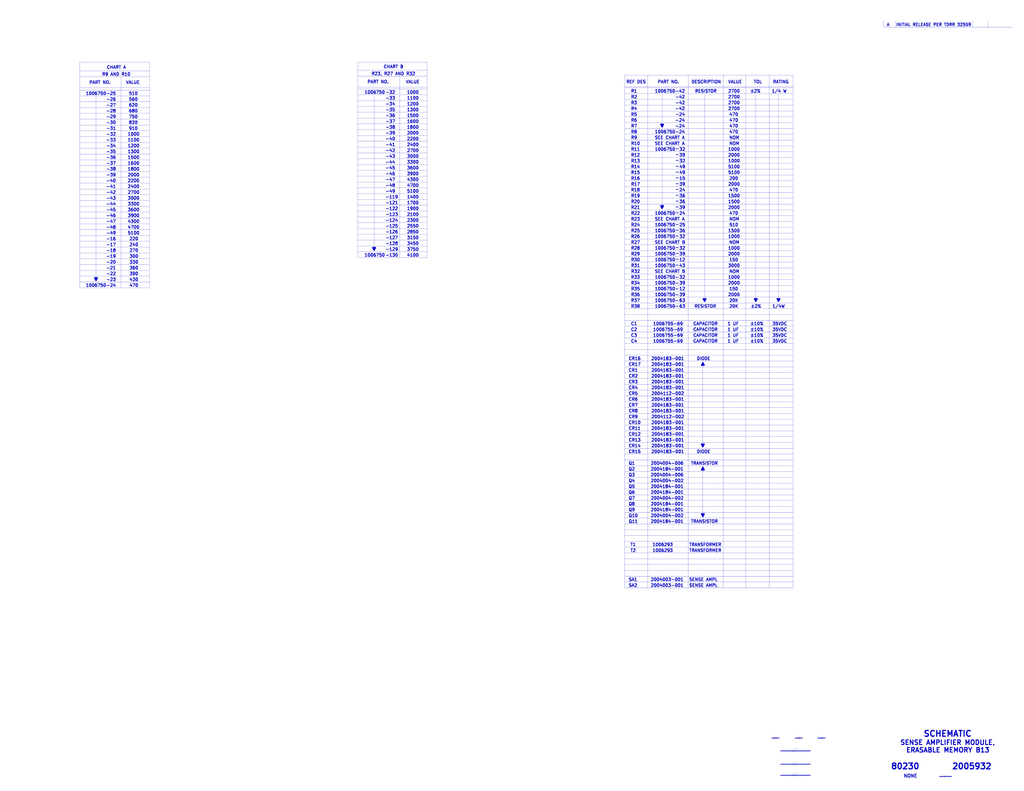
<source format=kicad_sch>
(kicad_sch (version 20211123) (generator eeschema)
  (paper "E")
  (polyline (pts (xy 681.99 292.735) (xy 865.505 292.735)) (stroke (width 0) (type solid)))
  (polyline (pts (xy 86.995 263.525) (xy 163.195 263.525)) (stroke (width 0) (type solid)))
  (polyline (pts (xy 390.525 186.055) (xy 466.09 186.055)) (stroke (width 0) (type solid)))
  (polyline (pts (xy 86.995 200.025) (xy 163.195 200.025)) (stroke (width 0) (type solid)))
  (polyline (pts (xy 839.47 81.915) (xy 839.47 641.985)) (stroke (width 0) (type solid)))
  (polyline (pts (xy 466.09 281.305) (xy 466.09 67.945)) (stroke (width 0) (type solid)))
  (polyline (pts (xy 964.1332 23.114) (xy 964.1332 29.591)) (stroke (width 0) (type solid)))
  (polyline (pts (xy 895.1976 807.0596) (xy 897.1026 804.5196)) (stroke (width 0) (type solid)))
  (polyline (pts (xy 681.99 445.135) (xy 865.505 445.135)) (stroke (width 0) (type solid)))
  (polyline (pts (xy 86.995 307.975) (xy 163.195 307.975)) (stroke (width 0) (type solid)))
  (polyline (pts (xy 86.995 238.125) (xy 163.195 238.125)) (stroke (width 0) (type solid)))
  (polyline (pts (xy 722.63 103.505) (xy 722.63 138.43)) (stroke (width 0) (type solid)))
  (polyline (pts (xy 681.99 172.085) (xy 865.505 172.085)) (stroke (width 0) (type solid)))
  (polyline (pts (xy 824.865 328.93) (xy 823.595 326.39)) (stroke (width 1.524) (type solid)))
  (polyline (pts (xy 767.08 487.68) (xy 765.81 485.14)) (stroke (width 1.524) (type solid)))
  (polyline (pts (xy 681.99 280.035) (xy 865.505 280.035)) (stroke (width 0) (type solid)))
  (polyline (pts (xy 390.525 198.755) (xy 466.09 198.755)) (stroke (width 0) (type solid)))
  (polyline (pts (xy 681.99 489.585) (xy 865.505 489.585)) (stroke (width 0) (type solid)))
  (polyline (pts (xy 132.08 314.325) (xy 132.08 83.82)) (stroke (width 0) (type solid)))
  (polyline (pts (xy 86.995 187.325) (xy 163.195 187.325)) (stroke (width 0) (type solid)))
  (polyline (pts (xy 681.99 387.985) (xy 865.505 387.985)) (stroke (width 0) (type solid)))
  (polyline (pts (xy 789.305 81.915) (xy 789.305 641.985)) (stroke (width 0) (type solid)))
  (polyline (pts (xy 86.995 111.125) (xy 163.195 111.125)) (stroke (width 0) (type solid)))
  (polyline (pts (xy 823.595 326.39) (xy 826.135 326.39)) (stroke (width 1.524) (type solid)))
  (polyline (pts (xy 681.99 356.235) (xy 865.505 356.235)) (stroke (width 0) (type solid)))
  (polyline (pts (xy 681.99 165.735) (xy 865.505 165.735)) (stroke (width 0) (type solid)))
  (polyline (pts (xy 824.865 329.565) (xy 824.865 103.505)) (stroke (width 0) (type solid)))
  (polyline (pts (xy 86.995 244.475) (xy 163.195 244.475)) (stroke (width 0) (type solid)))
  (polyline (pts (xy 681.99 368.935) (xy 865.505 368.935)) (stroke (width 0) (type solid)))
  (polyline (pts (xy 751.205 641.985) (xy 751.205 81.915)) (stroke (width 0) (type solid)))
  (polyline (pts (xy 681.99 299.085) (xy 865.505 299.085)) (stroke (width 0) (type solid)))
  (polyline (pts (xy 390.525 122.555) (xy 466.09 122.555)) (stroke (width 0) (type solid)))
  (polyline (pts (xy 86.995 269.875) (xy 163.195 269.875)) (stroke (width 0) (type solid)))
  (polyline (pts (xy 765.81 485.14) (xy 768.35 485.14)) (stroke (width 1.524) (type solid)))
  (polyline (pts (xy 681.99 629.285) (xy 865.505 629.285)) (stroke (width 0) (type solid)))
  (polyline (pts (xy 86.995 67.945) (xy 86.995 314.325)) (stroke (width 0) (type solid)))
  (polyline (pts (xy 390.525 116.205) (xy 466.09 116.205)) (stroke (width 0) (type solid)))
  (polyline (pts (xy 681.99 81.915) (xy 865.505 81.915)) (stroke (width 0) (type solid)))
  (polyline (pts (xy 681.99 578.485) (xy 865.505 578.485)) (stroke (width 0) (type solid)))
  (polyline (pts (xy 723.9 224.79) (xy 722.63 227.33)) (stroke (width 1.524) (type solid)))
  (polyline (pts (xy 681.99 235.585) (xy 865.505 235.585)) (stroke (width 0) (type solid)))
  (polyline (pts (xy 681.99 324.485) (xy 865.505 324.485)) (stroke (width 0) (type solid)))
  (polyline (pts (xy 86.995 123.825) (xy 163.195 123.825)) (stroke (width 0) (type solid)))
  (polyline (pts (xy 681.99 470.535) (xy 865.505 470.535)) (stroke (width 0) (type solid)))
  (polyline (pts (xy 163.195 67.945) (xy 163.195 314.325)) (stroke (width 0) (type solid)))
  (polyline (pts (xy 681.99 254.635) (xy 865.505 254.635)) (stroke (width 0) (type solid)))
  (polyline (pts (xy 681.99 508.635) (xy 865.505 508.635)) (stroke (width 0) (type solid)))
  (polyline (pts (xy 390.525 83.185) (xy 466.09 83.185)) (stroke (width 0) (type solid)))
  (polyline (pts (xy 86.995 314.325) (xy 163.195 314.325)) (stroke (width 0) (type solid)))
  (polyline (pts (xy 765.81 561.34) (xy 768.35 561.34)) (stroke (width 1.524) (type solid)))
  (polyline (pts (xy 86.995 104.775) (xy 163.195 104.775)) (stroke (width 0) (type solid)))
  (polyline (pts (xy 681.99 191.135) (xy 865.505 191.135)) (stroke (width 0) (type solid)))
  (polyline (pts (xy 681.99 349.885) (xy 865.505 349.885)) (stroke (width 0) (type solid)))
  (polyline (pts (xy 866.6226 821.6646) (xy 869.7976 817.2196)) (stroke (width 0) (type solid)))
  (polyline (pts (xy 681.99 222.885) (xy 865.505 222.885)) (stroke (width 0) (type solid)))
  (polyline (pts (xy 864.0826 848.3346) (xy 867.2576 843.8896)) (stroke (width 0) (type solid)))
  (polyline (pts (xy 390.525 67.945) (xy 466.09 67.945)) (stroke (width 0) (type solid)))
  (polyline (pts (xy 86.995 231.775) (xy 163.195 231.775)) (stroke (width 0) (type solid)))
  (polyline (pts (xy 390.525 173.355) (xy 466.09 173.355)) (stroke (width 0) (type solid)))
  (polyline (pts (xy 86.995 219.075) (xy 163.195 219.075)) (stroke (width 0) (type solid)))
  (polyline (pts (xy 681.99 273.685) (xy 865.505 273.685)) (stroke (width 0) (type solid)))
  (polyline (pts (xy 86.995 149.225) (xy 163.195 149.225)) (stroke (width 0) (type solid)))
  (polyline (pts (xy 681.99 591.185) (xy 865.505 591.185)) (stroke (width 0) (type solid)))
  (polyline (pts (xy 390.525 109.855) (xy 466.09 109.855)) (stroke (width 0) (type solid)))
  (polyline (pts (xy 767.715 326.39) (xy 770.255 326.39)) (stroke (width 1.524) (type solid)))
  (polyline (pts (xy 390.525 97.155) (xy 466.09 97.155)) (stroke (width 0) (type solid)))
  (polyline (pts (xy 723.9 135.89) (xy 722.63 138.43)) (stroke (width 1.524) (type solid)))
  (polyline (pts (xy 681.99 343.535) (xy 865.505 343.535)) (stroke (width 0) (type solid)))
  (polyline (pts (xy 86.995 212.725) (xy 163.195 212.725)) (stroke (width 0) (type solid)))
  (polyline (pts (xy 681.99 464.185) (xy 865.505 464.185)) (stroke (width 0) (type solid)))
  (polyline (pts (xy 681.99 248.285) (xy 865.505 248.285)) (stroke (width 0) (type solid)))
  (polyline (pts (xy 390.525 167.005) (xy 466.09 167.005)) (stroke (width 0) (type solid)))
  (polyline (pts (xy 86.995 257.175) (xy 163.195 257.175)) (stroke (width 0) (type solid)))
  (polyline (pts (xy 390.525 243.205) (xy 466.09 243.205)) (stroke (width 0) (type solid)))
  (polyline (pts (xy 390.525 217.805) (xy 466.09 217.805)) (stroke (width 0) (type solid)))
  (polyline (pts (xy 86.995 276.225) (xy 163.195 276.225)) (stroke (width 0) (type solid)))
  (polyline (pts (xy 681.99 318.135) (xy 865.505 318.135)) (stroke (width 0) (type solid)))
  (polyline (pts (xy 681.99 502.285) (xy 865.505 502.285)) (stroke (width 0) (type solid)))
  (polyline (pts (xy 681.99 457.835) (xy 865.505 457.835)) (stroke (width 0) (type solid)))
  (polyline (pts (xy 86.995 98.425) (xy 163.195 98.425)) (stroke (width 0) (type solid)))
  (polyline (pts (xy 864.0826 836.2696) (xy 867.2576 831.8246)) (stroke (width 0) (type solid)))
  (polyline (pts (xy 849.63 103.505) (xy 849.63 329.565)) (stroke (width 0) (type solid)))
  (polyline (pts (xy 681.99 114.935) (xy 865.505 114.935)) (stroke (width 0) (type solid)))
  (polyline (pts (xy 86.995 250.825) (xy 163.195 250.825)) (stroke (width 0) (type solid)))
  (polyline (pts (xy 681.99 407.035) (xy 865.505 407.035)) (stroke (width 0) (type solid)))
  (polyline (pts (xy 681.99 521.335) (xy 865.505 521.335)) (stroke (width 0) (type solid)))
  (polyline (pts (xy 409.575 270.51) (xy 408.305 273.05)) (stroke (width 1.524) (type solid)))
  (polyline (pts (xy 681.99 260.985) (xy 865.505 260.985)) (stroke (width 0) (type solid)))
  (polyline (pts (xy 390.525 135.255) (xy 466.09 135.255)) (stroke (width 0) (type solid)))
  (polyline (pts (xy 86.995 225.425) (xy 163.195 225.425)) (stroke (width 0) (type solid)))
  (polyline (pts (xy 681.99 121.285) (xy 865.505 121.285)) (stroke (width 0) (type solid)))
  (polyline (pts (xy 706.755 641.985) (xy 706.755 81.915)) (stroke (width 0) (type solid)))
  (polyline (pts (xy 848.36 326.39) (xy 850.9 326.39)) (stroke (width 1.524) (type solid)))
  (polyline (pts (xy 681.99 311.785) (xy 865.505 311.785)) (stroke (width 0) (type solid)))
  (polyline (pts (xy 767.08 396.24) (xy 765.81 398.78)) (stroke (width 1.524) (type solid)))
  (polyline (pts (xy 681.99 610.235) (xy 865.505 610.235)) (stroke (width 0) (type solid)))
  (polyline (pts (xy 86.995 117.475) (xy 163.195 117.475)) (stroke (width 0) (type solid)))
  (polyline (pts (xy 681.99 210.185) (xy 865.505 210.185)) (stroke (width 0) (type solid)))
  (polyline (pts (xy 765.81 513.08) (xy 768.35 513.08)) (stroke (width 1.524) (type solid)))
  (polyline (pts (xy 106.045 303.53) (xy 104.775 306.07)) (stroke (width 1.524) (type solid)))
  (polyline (pts (xy 870.4326 807.0596) (xy 872.3376 804.5196)) (stroke (width 0) (type solid)))
  (polyline (pts (xy 681.99 184.785) (xy 865.505 184.785)) (stroke (width 0) (type solid)))
  (polyline (pts (xy 681.99 584.835) (xy 865.505 584.835)) (stroke (width 0) (type solid)))
  (polyline (pts (xy 681.99 146.685) (xy 865.505 146.685)) (stroke (width 0) (type solid)))
  (polyline (pts (xy 681.99 133.985) (xy 865.505 133.985)) (stroke (width 0) (type solid)))
  (polyline (pts (xy 436.245 83.185) (xy 436.245 281.305)) (stroke (width 0) (type solid)))
  (polyline (pts (xy 390.525 274.955) (xy 466.09 274.955)) (stroke (width 0) (type solid)))
  (polyline (pts (xy 390.525 103.505) (xy 466.09 103.505)) (stroke (width 0) (type solid)))
  (polyline (pts (xy 408.305 273.685) (xy 408.305 104.775)) (stroke (width 0) (type solid)))
  (polyline (pts (xy 390.525 211.455) (xy 466.09 211.455)) (stroke (width 0) (type solid)))
  (polyline (pts (xy 86.995 168.275) (xy 163.195 168.275)) (stroke (width 0) (type solid)))
  (polyline (pts (xy 390.525 154.305) (xy 466.09 154.305)) (stroke (width 0) (type solid)))
  (polyline (pts (xy 407.035 270.51) (xy 409.575 270.51)) (stroke (width 1.524) (type solid)))
  (polyline (pts (xy 681.99 426.085) (xy 865.505 426.085)) (stroke (width 0) (type solid)))
  (polyline (pts (xy 681.99 495.935) (xy 865.505 495.935)) (stroke (width 0) (type solid)))
  (polyline (pts (xy 390.525 179.705) (xy 466.09 179.705)) (stroke (width 0) (type solid)))
  (polyline (pts (xy 845.6676 807.0596) (xy 847.5726 804.5196)) (stroke (width 0) (type solid)))
  (polyline (pts (xy 86.995 206.375) (xy 163.195 206.375)) (stroke (width 0) (type solid)))
  (polyline (pts (xy 86.995 295.275) (xy 163.195 295.275)) (stroke (width 0) (type solid)))
  (polyline (pts (xy 681.99 95.885) (xy 865.505 95.885)) (stroke (width 0) (type solid)))
  (polyline (pts (xy 103.505 303.53) (xy 106.045 303.53)) (stroke (width 1.524) (type solid)))
  (polyline (pts (xy 768.985 328.93) (xy 767.715 326.39)) (stroke (width 1.524) (type solid)))
  (polyline (pts (xy 681.99 94.615) (xy 865.505 94.615)) (stroke (width 0) (type solid)))
  (polyline (pts (xy 681.99 451.485) (xy 865.505 451.485)) (stroke (width 0) (type solid)))
  (polyline (pts (xy 770.255 326.39) (xy 768.985 328.93)) (stroke (width 1.524) (type solid)))
  (polyline (pts (xy 681.99 483.235) (xy 865.505 483.235)) (stroke (width 0) (type solid)))
  (polyline (pts (xy 681.99 178.435) (xy 865.505 178.435)) (stroke (width 0) (type solid)))
  (polyline (pts (xy 681.99 400.685) (xy 865.505 400.685)) (stroke (width 0) (type solid)))
  (polyline (pts (xy 390.525 141.605) (xy 466.09 141.605)) (stroke (width 0) (type solid)))
  (polyline (pts (xy 681.99 362.585) (xy 865.505 362.585)) (stroke (width 0) (type solid)))
  (polyline (pts (xy 681.99 305.435) (xy 865.505 305.435)) (stroke (width 0) (type solid)))
  (polyline (pts (xy 390.525 255.905) (xy 466.09 255.905)) (stroke (width 0) (type solid)))
  (polyline (pts (xy 390.525 76.835) (xy 466.09 76.835)) (stroke (width 0) (type solid)))
  (polyline (pts (xy 768.985 103.505) (xy 768.985 329.565)) (stroke (width 0) (type solid)))
  (polyline (pts (xy 1078.4332 23.114) (xy 1078.4332 29.591)) (stroke (width 0) (type solid)))
  (polyline (pts (xy 681.99 413.385) (xy 865.505 413.385)) (stroke (width 0) (type solid)))
  (polyline (pts (xy 86.995 95.885) (xy 163.195 95.885)) (stroke (width 0) (type solid)))
  (polyline (pts (xy 681.99 622.935) (xy 865.505 622.935)) (stroke (width 0) (type solid)))
  (polyline (pts (xy 86.995 193.675) (xy 163.195 193.675)) (stroke (width 0) (type solid)))
  (polyline (pts (xy 767.08 510.54) (xy 767.08 564.515)) (stroke (width 0) (type solid)))
  (polyline (pts (xy 681.99 330.835) (xy 865.505 330.835)) (stroke (width 0) (type solid)))
  (polyline (pts (xy 681.99 546.735) (xy 865.505 546.735)) (stroke (width 0) (type solid)))
  (polyline (pts (xy 681.99 616.585) (xy 865.505 616.585)) (stroke (width 0) (type solid)))
  (polyline (pts (xy 871.7026 807.0596) (xy 873.6076 804.5196)) (stroke (width 0) (type solid)))
  (polyline (pts (xy 681.99 108.585) (xy 865.505 108.585)) (stroke (width 0) (type solid)))
  (polyline (pts (xy 86.995 77.47) (xy 163.195 77.47)) (stroke (width 0) (type solid)))
  (polyline (pts (xy 768.35 513.08) (xy 767.08 510.54)) (stroke (width 1.524) (type solid)))
  (polyline (pts (xy 86.995 282.575) (xy 163.195 282.575)) (stroke (width 0) (type solid)))
  (polyline (pts (xy 681.99 286.385) (xy 865.505 286.385)) (stroke (width 0) (type solid)))
  (polyline (pts (xy 681.99 419.735) (xy 865.505 419.735)) (stroke (width 0) (type solid)))
  (polyline (pts (xy 721.36 224.79) (xy 723.9 224.79)) (stroke (width 1.524) (type solid)))
  (polyline (pts (xy 865.505 641.985) (xy 865.505 81.915)) (stroke (width 0) (type solid)))
  (polyline (pts (xy 86.995 83.82) (xy 163.195 83.82)) (stroke (width 0) (type solid)))
  (polyline (pts (xy 681.99 267.335) (xy 865.505 267.335)) (stroke (width 0) (type solid)))
  (polyline (pts (xy 86.995 142.875) (xy 163.195 142.875)) (stroke (width 0) (type solid)))
  (polyline (pts (xy 681.99 641.985) (xy 865.505 641.985)) (stroke (width 0) (type solid)))
  (polyline (pts (xy 681.99 438.785) (xy 865.505 438.785)) (stroke (width 0) (type solid)))
  (polyline (pts (xy 864.0826 821.6646) (xy 867.2576 817.2196)) (stroke (width 0) (type solid)))
  (polyline (pts (xy 681.99 572.135) (xy 865.505 572.135)) (stroke (width 0) (type solid)))
  (polyline (pts (xy 681.99 337.185) (xy 865.505 337.185)) (stroke (width 0) (type solid)))
  (polyline (pts (xy 390.525 67.945) (xy 390.525 281.305)) (stroke (width 0) (type solid)))
  (polyline (pts (xy 390.525 205.105) (xy 466.09 205.105)) (stroke (width 0) (type solid)))
  (polyline (pts (xy 681.99 81.915) (xy 681.99 641.985)) (stroke (width 0) (type solid)))
  (polyline (pts (xy 390.525 160.655) (xy 466.09 160.655)) (stroke (width 0) (type solid)))
  (polyline (pts (xy 681.99 197.485) (xy 865.505 197.485)) (stroke (width 0) (type solid)))
  (polyline (pts (xy 681.99 140.335) (xy 865.505 140.335)) (stroke (width 0) (type solid)))
  (polyline (pts (xy 86.995 155.575) (xy 163.195 155.575)) (stroke (width 0) (type solid)))
  (polyline (pts (xy 681.99 514.985) (xy 865.505 514.985)) (stroke (width 0) (type solid)))
  (polyline (pts (xy 1061.5422 23.114) (xy 1061.5422 29.591)) (stroke (width 0) (type solid)))
  (polyline (pts (xy 86.995 161.925) (xy 163.195 161.925)) (stroke (width 0) (type solid)))
  (polyline (pts (xy 86.995 288.925) (xy 163.195 288.925)) (stroke (width 0) (type solid)))
  (polyline (pts (xy 722.63 138.43) (xy 721.36 135.89)) (stroke (width 1.524) (type solid)))
  (polyline (pts (xy 767.08 510.54) (xy 765.81 513.08)) (stroke (width 1.524) (type solid)))
  (polyline (pts (xy 681.99 375.285) (xy 865.505 375.285)) (stroke (width 0) (type solid)))
  (polyline (pts (xy 768.35 398.78) (xy 767.08 396.24)) (stroke (width 1.524) (type solid)))
  (polyline (pts (xy 681.99 534.035) (xy 865.505 534.035)) (stroke (width 0) (type solid)))
  (polyline (pts (xy 681.99 229.235) (xy 865.505 229.235)) (stroke (width 0) (type solid)))
  (polyline (pts (xy 86.995 130.175) (xy 163.195 130.175)) (stroke (width 0) (type solid)))
  (polyline (pts (xy 390.525 281.305) (xy 466.09 281.305)) (stroke (width 0) (type solid)))
  (polyline (pts (xy 866.6226 848.3346) (xy 869.7976 843.8896)) (stroke (width 0) (type solid)))
  (polyline (pts (xy 390.525 128.905) (xy 466.09 128.905)) (stroke (width 0) (type solid)))
  (polyline (pts (xy 767.08 563.88) (xy 765.81 561.34)) (stroke (width 1.524) (type solid)))
  (polyline (pts (xy 681.99 102.235) (xy 865.505 102.235)) (stroke (width 0) (type solid)))
  (polyline (pts (xy 681.99 159.385) (xy 865.505 159.385)) (stroke (width 0) (type solid)))
  (polyline (pts (xy 681.99 394.335) (xy 865.505 394.335)) (stroke (width 0) (type solid)))
  (polyline (pts (xy 86.995 174.625) (xy 163.195 174.625)) (stroke (width 0) (type solid)))
  (polyline (pts (xy 681.99 216.535) (xy 865.505 216.535)) (stroke (width 0) (type solid)))
  (polyline (pts (xy 681.99 559.435) (xy 865.505 559.435)) (stroke (width 0) (type solid)))
  (polyline (pts (xy 104.775 306.705) (xy 104.775 106.045)) (stroke (width 0) (type solid)))
  (polyline (pts (xy 767.08 395.605) (xy 767.08 488.315)) (stroke (width 0) (type solid)))
  (polyline (pts (xy 104.775 306.07) (xy 103.505 303.53)) (stroke (width 1.524) (type solid)))
  (polyline (pts (xy 86.995 180.975) (xy 163.195 180.975)) (stroke (width 0) (type solid)))
  (polyline (pts (xy 390.525 95.25) (xy 466.09 95.25)) (stroke (width 0) (type solid)))
  (polyline (pts (xy 681.99 635.635) (xy 865.505 635.635)) (stroke (width 0) (type solid)))
  (polyline (pts (xy 86.995 301.625) (xy 163.195 301.625)) (stroke (width 0) (type solid)))
  (polyline (pts (xy 681.99 603.885) (xy 865.505 603.885)) (stroke (width 0) (type solid)))
  (polyline (pts (xy 681.99 241.935) (xy 865.505 241.935)) (stroke (width 0) (type solid)))
  (polyline (pts (xy 681.99 432.435) (xy 865.505 432.435)) (stroke (width 0) (type solid)))
  (polyline (pts (xy 768.35 485.14) (xy 767.08 487.68)) (stroke (width 1.524) (type solid)))
  (polyline (pts (xy 681.99 381.635) (xy 865.505 381.635)) (stroke (width 0) (type solid)))
  (polyline (pts (xy 681.99 203.835) (xy 865.505 203.835)) (stroke (width 0) (type solid)))
  (polyline (pts (xy 86.995 67.945) (xy 163.195 67.945)) (stroke (width 0) (type solid)))
  (polyline (pts (xy 390.525 268.605) (xy 466.09 268.605)) (stroke (width 0) (type solid)))
  (polyline (pts (xy 722.63 227.33) (xy 721.36 224.79)) (stroke (width 1.524) (type solid)))
  (polyline (pts (xy 681.99 565.785) (xy 865.505 565.785)) (stroke (width 0) (type solid)))
  (polyline (pts (xy 681.99 540.385) (xy 865.505 540.385)) (stroke (width 0) (type solid)))
  (polyline (pts (xy 390.525 236.855) (xy 466.09 236.855)) (stroke (width 0) (type solid)))
  (polyline (pts (xy 681.99 127.635) (xy 865.505 127.635)) (stroke (width 0) (type solid)))
  (polyline (pts (xy 844.3976 807.0596) (xy 846.3026 804.5196)) (stroke (width 0) (type solid)))
  (polyline (pts (xy 850.9 326.39) (xy 849.63 328.93)) (stroke (width 1.524) (type solid)))
  (polyline (pts (xy 390.525 224.155) (xy 466.09 224.155)) (stroke (width 0) (type solid)))
  (polyline (pts (xy 814.07 641.985) (xy 814.07 81.915)) (stroke (width 0) (type solid)))
  (polyline (pts (xy 86.995 136.525) (xy 163.195 136.525)) (stroke (width 0) (type solid)))
  (polyline (pts (xy 681.99 476.885) (xy 865.505 476.885)) (stroke (width 0) (type solid)))
  (polyline (pts (xy 681.99 597.535) (xy 865.505 597.535)) (stroke (width 0) (type solid)))
  (polyline (pts (xy 1104.7222 29.591) (xy 964.3872 29.591)) (stroke (width 0) (type solid)))
  (polyline (pts (xy 976.8332 23.114) (xy 976.8332 29.591)) (stroke (width 0) (type solid)))
  (polyline (pts (xy 390.525 192.405) (xy 466.09 192.405)) (stroke (width 0) (type solid)))
  (polyline (pts (xy 390.525 230.505) (xy 466.09 230.505)) (stroke (width 0) (type solid)))
  (polyline (pts (xy 896.4676 807.0596) (xy 898.3726 804.5196)) (stroke (width 0) (type solid)))
  (polyline (pts (xy 390.525 147.955) (xy 466.09 147.955)) (stroke (width 0) (type solid)))
  (polyline (pts (xy 408.305 273.05) (xy 407.035 270.51)) (stroke (width 1.524) (type solid)))
  (polyline (pts (xy 390.525 249.555) (xy 466.09 249.555)) (stroke (width 0) (type solid)))
  (polyline (pts (xy 765.81 398.78) (xy 768.35 398.78)) (stroke (width 1.524) (type solid)))
  (polyline (pts (xy 721.36 135.89) (xy 723.9 135.89)) (stroke (width 1.524) (type solid)))
  (polyline (pts (xy 826.135 326.39) (xy 824.865 328.93)) (stroke (width 1.524) (type solid)))
  (polyline (pts (xy 681.99 553.085) (xy 865.505 553.085)) (stroke (width 0) (type solid)))
  (polyline (pts (xy 390.525 262.255) (xy 466.09 262.255)) (stroke (width 0) (type solid)))
  (polyline (pts (xy 681.99 153.035) (xy 865.505 153.035)) (stroke (width 0) (type solid)))
  (polyline (pts (xy 768.35 561.34) (xy 767.08 563.88)) (stroke (width 1.524) (type solid)))
  (polyline (pts (xy 722.63 167.005) (xy 722.63 227.965)) (stroke (width 0) (type solid)))
  (polyline (pts (xy 681.99 527.685) (xy 865.505 527.685)) (stroke (width 0) (type solid)))
  (polyline (pts (xy 866.6226 836.2696) (xy 869.7976 831.8246)) (stroke (width 0) (type solid)))
  (polyline (pts (xy 849.63 328.93) (xy 848.36 326.39)) (stroke (width 1.524) (type solid)))
  (polyline (pts (xy 1030.4526 848.9696) (xy 1032.9926 846.4296)) (stroke (width 0) (type solid)))
  (text "Q8" (at 685.8 552.45 0) (effects (font (size 3.302 3.302) (thickness 0.6604) bold) (justify left bottom)))
  (text "39" (at 741.045 171.45 0) (effects (font (size 3.302 3.302) (thickness 0.6604) bold) (justify left bottom)))
  (text "1006750-" (at 714.375 336.55 0) (effects (font (size 3.302 3.302) (thickness 0.6604) bold) (justify left bottom)))
  (text "TRANSFORMER" (at 751.84 603.25 0) (effects (font (size 3.302 3.302) (thickness 0.6604) bold) (justify left bottom)))
  (text "2004183-001" (at 710.565 488.95 0) (effects (font (size 3.302 3.302) (thickness 0.6604) bold) (justify left bottom)))
  (text "2004184-001" (at 709.93 571.5 0) (effects (font (size 3.302 3.302) (thickness 0.6604) bold) (justify left bottom)))
  (text "3600" (at 139.065 231.14 0) (effects (font (size 3.302 3.302) (thickness 0.6604) bold) (justify left bottom)))
  (text "R18" (at 688.34 209.55 0) (effects (font (size 3.302 3.302) (thickness 0.6604) bold) (justify left bottom)))
  (text "4700" (at 443.865 204.47 0) (effects (font (size 3.302 3.302) (thickness 0.6604) bold) (justify left bottom)))
  (text "___" (at 841.8576 806.4246 0) (effects (font (size 3.556 3.556) (thickness 0.7112) bold) (justify left bottom)))
  (text "2004183-001" (at 710.565 425.45 0) (effects (font (size 3.302 3.302) (thickness 0.6604) bold) (justify left bottom)))
  (text "R8" (at 688.34 146.05 0) (effects (font (size 3.302 3.302) (thickness 0.6604) bold) (justify left bottom)))
  (text "470" (at 795.655 234.95 0) (effects (font (size 3.302 3.302) (thickness 0.6604) bold) (justify left bottom)))
  (text "-41" (at 420.37 160.02 0) (effects (font (size 3.302 3.302) (thickness 0.6604) bold) (justify left bottom)))
  (text "-31" (at 115.57 142.24 0) (effects (font (size 3.302 3.302) (thickness 0.6604) bold) (justify left bottom)))
  (text "±10%" (at 818.515 368.3 0) (effects (font (size 3.302 3.302) (thickness 0.6604) bold) (justify left bottom)))
  (text "-46" (at 115.57 237.49 0) (effects (font (size 3.302 3.302) (thickness 0.6604) bold) (justify left bottom)))
  (text "20K" (at 795.655 336.55 0) (effects (font (size 3.302 3.302) (thickness 0.6604) bold) (justify left bottom)))
  (text "36" (at 741.045 215.9 0) (effects (font (size 3.302 3.302) (thickness 0.6604) bold) (justify left bottom)))
  (text "-44" (at 115.57 224.79 0) (effects (font (size 3.302 3.302) (thickness 0.6604) bold) (justify left bottom)))
  (text "TRANSISTOR" (at 753.745 571.5 0) (effects (font (size 3.302 3.302) (thickness 0.6604) bold) (justify left bottom)))
  (text "-45" (at 420.37 185.42 0) (effects (font (size 3.302 3.302) (thickness 0.6604) bold) (justify left bottom)))
  (text "CR3" (at 685.8 419.1 0) (effects (font (size 3.302 3.302) (thickness 0.6604) bold) (justify left bottom)))
  (text "-24" (at 736.6 133.35 0) (effects (font (size 3.302 3.302) (thickness 0.6604) bold) (justify left bottom)))
  (text "1000" (at 794.385 165.1 0) (effects (font (size 3.302 3.302) (thickness 0.6604) bold) (justify left bottom)))
  (text "63" (at 741.045 330.2 0) (effects (font (size 3.302 3.302) (thickness 0.6604) bold) (justify left bottom)))
  (text "1 UF" (at 793.75 355.6 0) (effects (font (size 3.302 3.302) (thickness 0.6604) bold) (justify left bottom)))
  (text "-" (at 736.6 278.765 0) (effects (font (size 3.302 3.302) (thickness 0.6604) bold) (justify left bottom)))
  (text "-21" (at 115.57 294.64 0) (effects (font (size 3.302 3.302) (thickness 0.6604) bold) (justify left bottom)))
  (text "-28" (at 115.57 123.19 0) (effects (font (size 3.302 3.302) (thickness 0.6604) bold) (justify left bottom)))
  (text "3750" (at 443.865 274.32 0) (effects (font (size 3.302 3.302) (thickness 0.6604) bold) (justify left bottom)))
  (text "2700" (at 443.865 166.37 0) (effects (font (size 3.302 3.302) (thickness 0.6604) bold) (justify left bottom)))
  (text "VALUE" (at 794.385 91.44 0) (effects (font (size 3.302 3.302) (thickness 0.6604) bold) (justify left bottom)))
  (text "R29" (at 688.34 279.4 0) (effects (font (size 3.302 3.302) (thickness 0.6604) bold) (justify left bottom)))
  (text "SEE CHART B" (at 714.375 298.45 0) (effects (font (size 3.302 3.302) (thickness 0.6604) bold) (justify left bottom)))
  (text "-" (at 736.6 215.265 0) (effects (font (size 3.302 3.302) (thickness 0.6604) bold) (justify left bottom)))
  (text "VALUE" (at 442.595 91.44 0) (effects (font (size 3.302 3.302) (thickness 0.6604) bold) (justify left bottom)))
  (text "32" (at 741.045 177.8 0) (effects (font (size 3.302 3.302) (thickness 0.6604) bold) (justify left bottom)))
  (text "-49" (at 115.57 256.54 0) (effects (font (size 3.302 3.302) (thickness 0.6604) bold) (justify left bottom)))
  (text "1006750" (at 397.51 102.87 0) (effects (font (size 3.302 3.302) (thickness 0.6604) bold) (justify left bottom)))
  (text "1006750" (at 714.375 247.65 0) (effects (font (size 3.302 3.302) (thickness 0.6604) bold) (justify left bottom)))
  (text "5100" (at 443.865 210.82 0) (effects (font (size 3.302 3.302) (thickness 0.6604) bold) (justify left bottom)))
  (text "-17" (at 115.57 269.24 0) (effects (font (size 3.302 3.302) (thickness 0.6604) bold) (justify left bottom)))
  (text "-42" (at 736.6 120.65 0) (effects (font (size 3.302 3.302) (thickness 0.6604) bold) (justify left bottom)))
  (text "1 UF" (at 793.75 374.65 0) (effects (font (size 3.302 3.302) (thickness 0.6604) bold) (justify left bottom)))
  (text "39" (at 741.045 311.15 0) (effects (font (size 3.302 3.302) (thickness 0.6604) bold) (justify left bottom)))
  (text "-32" (at 115.57 148.59 0) (effects (font (size 3.302 3.302) (thickness 0.6604) bold) (justify left bottom)))
  (text "-36" (at 115.57 173.99 0) (effects (font (size 3.302 3.302) (thickness 0.6604) bold) (justify left bottom)))
  (text "-42" (at 420.37 166.37 0) (effects (font (size 3.302 3.302) (thickness 0.6604) bold) (justify left bottom)))
  (text "-" (at 736.6 272.415 0) (effects (font (size 3.302 3.302) (thickness 0.6604) bold) (justify left bottom)))
  (text "-18" (at 115.57 275.59 0) (effects (font (size 3.302 3.302) (thickness 0.6604) bold) (justify left bottom)))
  (text "1006750" (at 714.375 101.6 0) (effects (font (size 3.302 3.302) (thickness 0.6604) bold) (justify left bottom)))
  (text "R37" (at 688.34 330.2 0) (effects (font (size 3.302 3.302) (thickness 0.6604) bold) (justify left bottom)))
  (text "-124" (at 420.37 242.57 0) (effects (font (size 3.302 3.302) (thickness 0.6604) bold) (justify left bottom)))
  (text "2004183-001" (at 710.565 400.05 0) (effects (font (size 3.302 3.302) (thickness 0.6604) bold) (justify left bottom)))
  (text "-42" (at 736.6 101.6 0) (effects (font (size 3.302 3.302) (thickness 0.6604) bold) (justify left bottom)))
  (text "-" (at 736.6 253.365 0) (effects (font (size 3.302 3.302) (thickness 0.6604) bold) (justify left bottom)))
  (text "-43" (at 420.37 172.72 0) (effects (font (size 3.302 3.302) (thickness 0.6604) bold) (justify left bottom)))
  (text "SENSE AMPL" (at 751.84 641.35 0) (effects (font (size 3.302 3.302) (thickness 0.6604) bold) (justify left bottom)))
  (text "C3" (at 688.34 368.3 0) (effects (font (size 3.302 3.302) (thickness 0.6604) bold) (justify left bottom)))
  (text "CR2" (at 685.8 412.75 0) (effects (font (size 3.302 3.302) (thickness 0.6604) bold) (justify left bottom)))
  (text "-37" (at 115.57 180.34 0) (effects (font (size 3.302 3.302) (thickness 0.6604) bold) (justify left bottom)))
  (text "-" (at 736.6 170.815 0) (effects (font (size 3.302 3.302) (thickness 0.6604) bold) (justify left bottom)))
  (text "C4" (at 688.34 374.65 0) (effects (font (size 3.302 3.302) (thickness 0.6604) bold) (justify left bottom)))
  (text "R10" (at 688.34 158.75 0) (effects (font (size 3.302 3.302) (thickness 0.6604) bold) (justify left bottom)))
  (text "2004004-002" (at 709.93 546.1 0) (effects (font (size 3.302 3.302) (thickness 0.6604) bold) (justify left bottom)))
  (text "1500" (at 794.385 215.9 0) (effects (font (size 3.302 3.302) (thickness 0.6604) bold) (justify left bottom)))
  (text "470" (at 140.97 313.69 0) (effects (font (size 3.302 3.302) (thickness 0.6604) bold) (justify left bottom)))
  (text "2004183-001" (at 710.565 450.85 0) (effects (font (size 3.302 3.302) (thickness 0.6604) bold) (justify left bottom)))
  (text "NOM" (at 795.655 158.75 0) (effects (font (size 3.302 3.302) (thickness 0.6604) bold) (justify left bottom)))
  (text "1800" (at 139.065 186.69 0) (effects (font (size 3.302 3.302) (thickness 0.6604) bold) (justify left bottom)))
  (text "1/4W" (at 842.645 336.55 0) (effects (font (size 3.302 3.302) (thickness 0.6604) bold) (justify left bottom)))
  (text "32" (at 741.045 304.8 0) (effects (font (size 3.302 3.302) (thickness 0.6604) bold) (justify left bottom)))
  (text "1600" (at 443.865 134.62 0) (effects (font (size 3.302 3.302) (thickness 0.6604) bold) (justify left bottom)))
  (text "2004184-001" (at 709.93 514.35 0) (effects (font (size 3.302 3.302) (thickness 0.6604) bold) (justify left bottom)))
  (text "-41" (at 115.57 205.74 0) (effects (font (size 3.302 3.302) (thickness 0.6604) bold) (justify left bottom)))
  (text "2004003-001" (at 709.93 641.35 0) (effects (font (size 3.302 3.302) (thickness 0.6604) bold) (justify left bottom)))
  (text "____________" (at 851.3826 847.0646 0) (effects (font (size 3.556 3.556) (thickness 0.7112) bold) (justify left bottom)))
  (text "CR5" (at 685.8 431.8 0) (effects (font (size 3.302 3.302) (thickness 0.6604) bold) (justify left bottom)))
  (text "CR17" (at 685.8 400.05 0) (effects (font (size 3.302 3.302) (thickness 0.6604) bold) (justify left bottom)))
  (text "SCHEMATIC" (at 1007.5926 805.1546 0) (effects (font (size 6.35 6.35) (thickness 1.27) bold) (justify left bottom)))
  (text "24" (at 741.045 234.95 0) (effects (font (size 3.302 3.302) (thickness 0.6604) bold) (justify left bottom)))
  (text "32" (at 741.045 165.1 0) (effects (font (size 3.302 3.302) (thickness 0.6604) bold) (justify left bottom)))
  (text "-" (at 736.6 247.015 0) (effects (font (size 3.302 3.302) (thickness 0.6604) bold) (justify left bottom)))
  (text "CR9" (at 685.8 457.2 0) (effects (font (size 3.302 3.302) (thickness 0.6604) bold) (justify left bottom)))
  (text "2000" (at 794.385 171.45 0) (effects (font (size 3.302 3.302) (thickness 0.6604) bold) (justify left bottom)))
  (text "360" (at 140.97 294.64 0) (effects (font (size 3.302 3.302) (thickness 0.6604) bold) (justify left bottom)))
  (text "-119" (at 420.37 217.17 0) (effects (font (size 3.302 3.302) (thickness 0.6604) bold) (justify left bottom)))
  (text "R33" (at 688.34 304.8 0) (effects (font (size 3.302 3.302) (thickness 0.6604) bold) (justify left bottom)))
  (text "NOM" (at 795.655 152.4 0) (effects (font (size 3.302 3.302) (thickness 0.6604) bold) (justify left bottom)))
  (text "-43" (at 115.57 218.44 0) (effects (font (size 3.302 3.302) (thickness 0.6604) bold) (justify left bottom)))
  (text "2000" (at 443.865 147.32 0) (effects (font (size 3.302 3.302) (thickness 0.6604) bold) (justify left bottom)))
  (text "910" (at 140.335 142.24 0) (effects (font (size 3.302 3.302) (thickness 0.6604) bold) (justify left bottom)))
  (text "SEE CHART A" (at 714.375 152.4 0) (effects (font (size 3.302 3.302) (thickness 0.6604) bold) (justify left bottom)))
  (text "DESCRIPTION" (at 754.38 91.44 0) (effects (font (size 3.302 3.302) (thickness 0.6604) bold) (justify left bottom)))
  (text "1200" (at 443.865 115.57 0) (effects (font (size 3.302 3.302) (thickness 0.6604) bold) (justify left bottom)))
  (text "1800" (at 443.865 140.97 0) (effects (font (size 3.302 3.302) (thickness 0.6604) bold) (justify left bottom)))
  (text "R30" (at 688.34 285.75 0) (effects (font (size 3.302 3.302) (thickness 0.6604) bold) (justify left bottom)))
  (text "-" (at 736.6 221.615 0) (effects (font (size 3.302 3.302) (thickness 0.6604) bold) (justify left bottom)))
  (text "R34" (at 688.34 311.15 0) (effects (font (size 3.302 3.302) (thickness 0.6604) bold) (justify left bottom)))
  (text "2004183-001" (at 710.565 482.6 0) (effects (font (size 3.302 3.302) (thickness 0.6604) bold) (justify left bottom)))
  (text "PART NO." (at 97.155 92.075 0) (effects (font (size 3.302 3.302) (thickness 0.6604) bold) (justify left bottom)))
  (text "36" (at 741.045 254 0) (effects (font (size 3.302 3.302) (thickness 0.6604) bold) (justify left bottom)))
  (text "CR4" (at 685.8 425.45 0) (effects (font (size 3.302 3.302) (thickness 0.6604) bold) (justify left bottom)))
  (text "Q4" (at 685.8 527.05 0) (effects (font (size 3.302 3.302) (thickness 0.6604) bold) (justify left bottom)))
  (text "1006755-69" (at 712.47 374.65 0) (effects (font (size 3.302 3.302) (thickness 0.6604) bold) (justify left bottom)))
  (text "R7" (at 688.34 139.7 0) (effects (font (size 3.302 3.302) (thickness 0.6604) bold) (justify left bottom)))
  (text "1300" (at 443.865 121.92 0) (effects (font (size 3.302 3.302) (thickness 0.6604) bold) (justify left bottom)))
  (text "2004183-001" (at 710.565 419.1 0) (effects (font (size 3.302 3.302) (thickness 0.6604) bold) (justify left bottom)))
  (text "R19" (at 688.34 215.9 0) (effects (font (size 3.302 3.302) (thickness 0.6604) bold) (justify left bottom)))
  (text "-26" (at 115.57 110.49 0) (effects (font (size 3.302 3.302) (thickness 0.6604) bold) (justify left bottom)))
  (text "5100" (at 794.385 184.15 0) (effects (font (size 3.302 3.302) (thickness 0.6604) bold) (justify left bottom)))
  (text "1000" (at 443.865 102.87 0) (effects (font (size 3.302 3.302) (thickness 0.6604) bold) (justify left bottom)))
  (text "R24" (at 688.34 247.65 0) (effects (font (size 3.302 3.302) (thickness 0.6604) bold) (justify left bottom)))
  (text "±2%" (at 819.15 336.55 0) (effects (font (size 3.302 3.302) (thickness 0.6604) bold) (justify left bottom)))
  (text "R4" (at 688.34 120.65 0) (effects (font (size 3.302 3.302) (thickness 0.6604) bold) (justify left bottom)))
  (text "RESISTOR" (at 758.19 101.6 0) (effects (font (size 3.302 3.302) (thickness 0.6604) bold) (justify left bottom)))
  (text "-" (at 736.6 164.465 0) (effects (font (size 3.302 3.302) (thickness 0.6604) bold) (justify left bottom)))
  (text "1000" (at 794.385 273.05 0) (effects (font (size 3.302 3.302) (thickness 0.6604) bold) (justify left bottom)))
  (text "CR16" (at 685.8 393.7 0) (effects (font (size 3.302 3.302) (thickness 0.6604) bold) (justify left bottom)))
  (text "2004183-001" (at 710.565 463.55 0) (effects (font (size 3.302 3.302) (thickness 0.6604) bold) (justify left bottom)))
  (text "3000" (at 794.385 292.1 0) (effects (font (size 3.302 3.302) (thickness 0.6604) bold) (justify left bottom)))
  (text "DIODE" (at 760.095 393.7 0) (effects (font (size 3.302 3.302) (thickness 0.6604) bold) (justify left bottom)))
  (text "1006750-" (at 714.375 317.5 0) (effects (font (size 3.302 3.302) (thickness 0.6604) bold) (justify left bottom)))
  (text "-42" (at 736.6 107.95 0) (effects (font (size 3.302 3.302) (thickness 0.6604) bold) (justify left bottom)))
  (text "510" (at 140.335 104.14 0) (effects (font (size 3.302 3.302) (thickness 0.6604) bold) (justify left bottom)))
  (text "±2%" (at 818.515 101.6 0) (effects (font (size 3.302 3.302) (thickness 0.6604) bold) (justify left bottom)))
  (text "1/4 W" (at 842.01 101.6 0) (effects (font (size 3.302 3.302) (thickness 0.6604) bold) (justify left bottom)))
  (text "R20" (at 688.34 222.25 0) (effects (font (size 3.302 3.302) (thickness 0.6604) bold) (justify left bottom)))
  (text "Q7" (at 685.8 546.1 0) (effects (font (size 3.302 3.302) (thickness 0.6604) bold) (justify left bottom)))
  (text "Q11" (at 685.8 571.5 0) (effects (font (size 3.302 3.302) (thickness 0.6604) bold) (justify left bottom)))
  (text "2400" (at 139.065 205.74 0) (effects (font (size 3.302 3.302) (thickness 0.6604) bold) (justify left bottom)))
  (text "-" (at 736.6 291.465 0) (effects (font (size 3.302 3.302) (thickness 0.6604) bold) (justify left bottom)))
  (text "-40" (at 115.57 199.39 0) (effects (font (size 3.302 3.302) (thickness 0.6604) bold) (justify left bottom)))
  (text "220" (at 140.97 262.89 0) (effects (font (size 3.302 3.302) (thickness 0.6604) bold) (justify left bottom)))
  (text "-34" (at 115.57 161.29 0) (effects (font (size 3.302 3.302) (thickness 0.6604) bold) (justify left bottom)))
  (text "2004004-002" (at 709.93 527.05 0) (effects (font (size 3.302 3.302) (thickness 0.6604) bold) (justify left bottom)))
  (text "CR14" (at 685.8 488.95 0) (effects (font (size 3.302 3.302) (thickness 0.6604) bold) (justify left bottom)))
  (text "-36" (at 420.37 128.27 0) (effects (font (size 3.302 3.302) (thickness 0.6604) bold) (justify left bottom)))
  (text "-47" (at 115.57 243.84 0) (effects (font (size 3.302 3.302) (thickness 0.6604) bold) (justify left bottom)))
  (text "R6" (at 688.34 133.35 0) (effects (font (size 3.302 3.302) (thickness 0.6604) bold) (justify left bottom)))
  (text "470" (at 795.655 139.7 0) (effects (font (size 3.302 3.302) (thickness 0.6604) bold) (justify left bottom)))
  (text "35VDC" (at 842.645 355.6 0) (effects (font (size 3.302 3.302) (thickness 0.6604) bold) (justify left bottom)))
  (text "2000" (at 794.385 228.6 0) (effects (font (size 3.302 3.302) (thickness 0.6604) bold) (justify left bottom)))
  (text "270" (at 140.97 275.59 0) (effects (font (size 3.302 3.302) (thickness 0.6604) bold) (justify left bottom)))
  (text "1500" (at 794.385 254 0) (effects (font (size 3.302 3.302) (thickness 0.6604) bold) (justify left bottom)))
  (text "C2" (at 688.34 361.95 0) (effects (font (size 3.302 3.302) (thickness 0.6604) bold) (justify left bottom)))
  (text "3000" (at 443.865 172.72 0) (effects (font (size 3.302 3.302) (thickness 0.6604) bold) (justify left bottom)))
  (text "-" (at 736.6 177.165 0) (effects (font (size 3.302 3.302) (thickness 0.6604) bold) (justify left bottom)))
  (text "R11" (at 688.34 165.1 0) (effects (font (size 3.302 3.302) (thickness 0.6604) bold) (justify left bottom)))
  (text "-48" (at 420.37 204.47 0) (effects (font (size 3.302 3.302) (thickness 0.6604) bold) (justify left bottom)))
  (text "1600" (at 139.065 180.34 0) (effects (font (size 3.302 3.302) (thickness 0.6604) bold) (justify left bottom)))
  (text "±10%" (at 818.515 374.65 0) (effects (font (size 3.302 3.302) (thickness 0.6604) bold) (justify left bottom)))
  (text "2004183-001" (at 710.565 393.7 0) (effects (font (size 3.302 3.302) (thickness 0.6604) bold) (justify left bottom)))
  (text "±10%" (at 818.515 361.95 0) (effects (font (size 3.302 3.302) (thickness 0.6604) bold) (justify left bottom)))
  (text "1300" (at 139.065 167.64 0) (effects (font (size 3.302 3.302) (thickness 0.6604) bold) (justify left bottom)))
  (text "12" (at 741.045 285.75 0) (effects (font (size 3.302 3.302) (thickness 0.6604) bold) (justify left bottom)))
  (text "R16" (at 688.34 196.85 0) (effects (font (size 3.302 3.302) (thickness 0.6604) bold) (justify left bottom)))
  (text "CAPACITOR" (at 756.285 361.95 0) (effects (font (size 3.302 3.302) (thickness 0.6604) bold) (justify left bottom)))
  (text "-129" (at 420.37 274.32 0) (effects (font (size 3.302 3.302) (thickness 0.6604) bold) (justify left bottom)))
  (text "R1" (at 688.34 101.6 0) (effects (font (size 3.302 3.302) (thickness 0.6604) bold) (justify left bottom)))
  (text "2200" (at 139.065 199.39 0) (effects (font (size 3.302 3.302) (thickness 0.6604) bold) (justify left bottom)))
  (text "35VDC" (at 842.645 361.95 0) (effects (font (size 3.302 3.302) (thickness 0.6604) bold) (justify left bottom)))
  (text "R31" (at 688.34 292.1 0) (effects (font (size 3.302 3.302) (thickness 0.6604) bold) (justify left bottom)))
  (text "-" (at 736.6 196.215 0) (effects (font (size 3.302 3.302) (thickness 0.6604) bold) (justify left bottom)))
  (text "3300" (at 139.065 224.79 0) (effects (font (size 3.302 3.302) (thickness 0.6604) bold) (justify left bottom)))
  (text "R23, R27 AND R32" (at 405.13 82.55 0) (effects (font (size 3.302 3.302) (thickness 0.6604) bold) (justify left bottom)))
  (text "330" (at 140.97 288.29 0) (effects (font (size 3.302 3.302) (thickness 0.6604) bold) (justify left bottom)))
  (text "4300" (at 139.065 243.84 0) (effects (font (size 3.302 3.302) (thickness 0.6604) bold) (justify left bottom)))
  (text "_____" (at 1024.7376 848.3346 0) (effects (font (size 3.556 3.556) (thickness 0.7112) bold) (justify left bottom)))
  (text "2004183-001" (at 710.565 438.15 0) (effects (font (size 3.302 3.302) (thickness 0.6604) bold) (justify left bottom)))
  (text "T1" (at 687.705 596.9 0) (effects (font (size 3.302 3.302) (thickness 0.6604) bold) (justify left bottom)))
  (text "-47" (at 420.37 198.12 0) (effects (font (size 3.302 3.302) (thickness 0.6604) bold) (justify left bottom)))
  (text "1006750" (at 714.375 165.1 0) (effects (font (size 3.302 3.302) (thickness 0.6604) bold) (justify left bottom)))
  (text "39" (at 741.045 228.6 0) (effects (font (size 3.302 3.302) (thickness 0.6604) bold) (justify left bottom)))
  (text "2300" (at 443.865 242.57 0) (effects (font (size 3.302 3.302) (thickness 0.6604) bold) (justify left bottom)))
  (text "CR8" (at 685.8 450.85 0) (effects (font (size 3.302 3.302) (thickness 0.6604) bold) (justify left bottom)))
  (text "43" (at 741.045 292.1 0) (effects (font (size 3.302 3.302) (thickness 0.6604) bold) (justify left bottom)))
  (text "3450" (at 443.865 267.97 0) (effects (font (size 3.302 3.302) (thickness 0.6604) bold) (justify left bottom)))
  (text "1006755-69" (at 712.47 361.95 0) (effects (font (size 3.302 3.302) (thickness 0.6604) bold) (justify left bottom)))
  (text "3900" (at 139.065 237.49 0) (effects (font (size 3.302 3.302) (thickness 0.6604) bold) (justify left bottom)))
  (text "R13" (at 688.34 177.8 0) (effects (font (size 3.302 3.302) (thickness 0.6604) bold) (justify left bottom)))
  (text "620" (at 140.335 116.84 0) (effects (font (size 3.302 3.302) (thickness 0.6604) bold) (justify left bottom)))
  (text "1006750" (at 714.375 279.4 0) (effects (font (size 3.302 3.302) (thickness 0.6604) bold) (justify left bottom)))
  (text "R23" (at 688.34 241.3 0) (effects (font (size 3.302 3.302) (thickness 0.6604) bold) (justify left bottom)))
  (text "1006750-" (at 714.375 323.85 0) (effects (font (size 3.302 3.302) (thickness 0.6604) bold) (justify left bottom)))
  (text "-19" (at 115.57 281.94 0) (effects (font (size 3.302 3.302) (thickness 0.6604) bold) (justify left bottom)))
  (text "-42" (at 115.57 212.09 0) (effects (font (size 3.302 3.302) (thickness 0.6604) bold) (justify left bottom)))
  (text "R5" (at 688.34 127 0) (effects (font (size 3.302 3.302) (thickness 0.6604) bold) (justify left bottom)))
  (text "2004003-001" (at 709.93 635 0) (effects (font (size 3.302 3.302) (thickness 0.6604) bold) (justify left bottom)))
  (text "R12" (at 688.34 171.45 0) (effects (font (size 3.302 3.302) (thickness 0.6604) bold) (justify left bottom)))
  (text "R9" (at 688.34 152.4 0) (effects (font (size 3.302 3.302) (thickness 0.6604) bold) (justify left bottom)))
  (text "80230" (at 972.0326 840.7146 0) (effects (font (size 6.35 6.35) (thickness 1.27) bold) (justify left bottom)))
  (text "2004183-001" (at 710.565 495.3 0) (effects (font (size 3.302 3.302) (thickness 0.6604) bold) (justify left bottom)))
  (text "RATING" (at 843.28 91.44 0) (effects (font (size 3.302 3.302) (thickness 0.6604) bold) (justify left bottom)))
  (text "2000" (at 794.385 279.4 0) (effects (font (size 3.302 3.302) (thickness 0.6604) bold) (justify left bottom)))
  (text "-" (at 736.6 208.915 0) (effects (font (size 3.302 3.302) (thickness 0.6604) bold) (justify left bottom)))
  (text "SEE CHART A" (at 714.375 241.3 0) (effects (font (size 3.302 3.302) (thickness 0.6604) bold) (justify left bottom)))
  (text "-27" (at 115.57 116.84 0) (effects (font (size 3.302 3.302) (thickness 0.6604) bold) (justify left bottom)))
  (text "RESISTOR" (at 757.555 336.55 0) (effects (font (size 3.302 3.302) (thickness 0.6604) bold) (justify left bottom)))
  (text "1006750" (at 93.345 313.69 0) (effects (font (size 3.302 3.302) (thickness 0.6604) bold) (justify left bottom)))
  (text "-" (at 736.6 234.315 0) (effects (font (size 3.302 3.302) (thickness 0.6604) bold) (justify left bottom)))
  (text "-126" (at 420.37 255.27 0) (effects (font (size 3.302 3.302) (thickness 0.6604) bold) (justify left bottom)))
  (text "2004184-001" (at 709.93 539.75 0) (effects (font (size 3.302 3.302) (thickness 0.6604) bold) (justify left bottom)))
  (text "1006750" (at 714.375 273.05 0) (effects (font (size 3.302 3.302) (thickness 0.6604) bold) (justify left bottom)))
  (text "1500" (at 443.865 128.27 0) (effects (font (size 3.302 3.302) (thickness 0.6604) bold) (justify left bottom)))
  (text "470" (at 795.655 209.55 0) (effects (font (size 3.302 3.302) (thickness 0.6604) bold) (justify left bottom)))
  (text "SEE CHART A" (at 714.375 158.75 0) (effects (font (size 3.302 3.302) (thickness 0.6604) bold) (justify left bottom)))
  (text "39" (at 741.045 323.85 0) (effects (font (size 3.302 3.302) (thickness 0.6604) bold) (justify left bottom)))
  (text "-49" (at 420.37 210.82 0) (effects (font (size 3.302 3.302) (thickness 0.6604) bold) (justify left bottom)))
  (text "CR6" (at 685.8 438.15 0) (effects (font (size 3.302 3.302) (thickness 0.6604) bold) (justify left bottom)))
  (text "1006750" (at 714.375 254 0) (effects (font (size 3.302 3.302) (thickness 0.6604) bold) (justify left bottom)))
  (text "36" (at 741.045 222.25 0) (effects (font (size 3.302 3.302) (thickness 0.6604) bold) (justify left bottom)))
  (text "25" (at 741.045 247.65 0) (effects (font (size 3.302 3.302) (thickness 0.6604) bold) (justify left bottom)))
  (text "Q10" (at 685.8 565.15 0) (effects (font (size 3.302 3.302) (thickness 0.6604) bold) (justify left bottom)))
  (text "-33" (at 115.57 154.94 0) (effects (font (size 3.302 3.302) (thickness 0.6604) bold) (justify left bottom)))
  (text "Q1" (at 685.8 508 0) (effects (font (size 3.302 3.302) (thickness 0.6604) bold) (justify left bottom)))
  (text "2700" (at 794.385 120.65 0) (effects (font (size 3.302 3.302) (thickness 0.6604) bold) (justify left bottom)))
  (text "____________" (at 851.3826 820.3946 0) (effects (font (size 3.556 3.556) (thickness 0.7112) bold) (justify left bottom)))
  (text "NOM" (at 795.655 241.3 0) (effects (font (size 3.302 3.302) (thickness 0.6604) bold) (justify left bottom)))
  (text "R32" (at 688.34 298.45 0) (effects (font (size 3.302 3.302) (thickness 0.6604) bold) (justify left bottom)))
  (text "2700" (at 139.065 212.09 0) (effects (font (size 3.302 3.302) (thickness 0.6604) bold) (justify left bottom)))
  (text "A" (at 967.5622 28.956 0) (effects (font (size 3.175 3.175) (thickness 0.635) bold) (justify left bottom)))
  (text "SA1" (at 685.8 635 0) (effects (font (size 3.302 3.302) (thickness 0.6604) bold) (justify left bottom)))
  (text "CR13" (at 685.8 482.6 0) (effects (font (size 3.302 3.302) (thickness 0.6604) bold) (justify left bottom)))
  (text "R36" (at 688.34 323.85 0) (effects (font (size 3.302 3.302) (thickness 0.6604) bold) (justify left bottom)))
  (text "3300" (at 443.865 179.07 0) (effects (font (size 3.302 3.302) (thickness 0.6604) bold) (justify left bottom)))
  (text "-40" (at 420.37 153.67 0) (effects (font (size 3.302 3.302) (thickness 0.6604) bold) (justify left bottom)))
  (text "-123" (at 420.37 236.22 0) (effects (font (size 3.302 3.302) (thickness 0.6604) bold) (justify left bottom)))
  (text "R14" (at 688.34 184.15 0) (effects (font (size 3.302 3.302) (thickness 0.6604) bold) (justify left bottom)))
  (text "R22" (at 688.34 234.95 0) (effects (font (size 3.302 3.302) (thickness 0.6604) bold) (justify left bottom)))
  (text "1100" (at 443.865 109.22 0) (effects (font (size 3.302 3.302) (thickness 0.6604) bold) (justify left bottom)))
  (text "Q6" (at 685.8 539.75 0) (effects (font (size 3.302 3.302) (thickness 0.6604) bold) (justify left bottom)))
  (text "-39" (at 115.57 193.04 0) (effects (font (size 3.302 3.302) (thickness 0.6604) bold) (justify left bottom)))
  (text "1700" (at 443.865 223.52 0) (effects (font (size 3.302 3.302) (thickness 0.6604) bold) (justify left bottom)))
  (text "-127" (at 420.37 261.62 0) (effects (font (size 3.302 3.302) (thickness 0.6604) bold) (justify left bottom)))
  (text "VALUE" (at 137.16 92.075 0) (effects (font (size 3.302 3.302) (thickness 0.6604) bold) (justify left bottom)))
  (text "2004184-001" (at 709.93 552.45 0) (effects (font (size 3.302 3.302) (thickness 0.6604) bold) (justify left bottom)))
  (text "1006293" (at 711.835 603.25 0) (effects (font (size 3.302 3.302) (thickness 0.6604) bold) (justify left bottom)))
  (text "-" (at 736.6 227.965 0) (effects (font (size 3.302 3.302) (thickness 0.6604) bold) (justify left bottom)))
  (text "NONE" (at 986.0026 849.6046 0) (effects (font (size 3.556 3.556) (thickness 0.7112) bold) (justify left bottom)))
  (text "32" (at 741.045 273.05 0) (effects (font (size 3.302 3.302) (thickness 0.6604) bold) (justify left bottom)))
  (text "1500" (at 139.065 173.99 0) (effects (font (size 3.302 3.302) (thickness 0.6604) bold) (justify left bottom)))
  (text "3600" (at 443.865 185.42 0) (effects (font (size 3.302 3.302) (thickness 0.6604) bold) (justify left bottom)))
  (text "CR12" (at 685.8 476.25 0) (effects (font (size 3.302 3.302) (thickness 0.6604) bold) (justify left bottom)))
  (text "4100" (at 443.865 280.67 0) (effects (font (size 3.302 3.302) (thickness 0.6604) bold) (justify left bottom)))
  (text "1900" (at 443.865 229.87 0) (effects (font (size 3.302 3.302) (thickness 0.6604) bold) (justify left bottom)))
  (text "CAPACITOR" (at 756.285 374.65 0) (effects (font (size 3.302 3.302) (thickness 0.6604) bold) (justify left bottom)))
  (text "2004004-006" (at 709.93 508 0) (effects (font (size 3.302 3.302) (thickness 0.6604) bold) (justify left bottom)))
  (text "R35" (at 688.34 317.5 0) (effects (font (size 3.302 3.302) (thickness 0.6604) bold) (justify left bottom)))
  (text "CR11" (at 685.8 469.9 0) (effects (font (size 3.302 3.302) (thickness 0.6604) bold) (justify left bottom)))
  (text "510" (at 795.655 247.65 0) (effects (font (size 3.302 3.302) (thickness 0.6604) bold) (justify left bottom)))
  (text "SENSE AMPLIFIER MODULE," (at 982.1926 814.0446 0) (effects (font (size 5.08 5.08) (thickness 1.016) bold) (justify left bottom)))
  (text "39" (at 741.045 203.2 0) (effects (font (size 3.302 3.302) (thickness 0.6604) bold) (justify left bottom)))
  (text "1000" (at 139.065 148.59 0) (effects (font (size 3.302 3.302) (thickness 0.6604) bold) (justify left bottom)))
  (text "1006750-" (at 714.375 330.2 0) (effects (font (size 3.302 3.302) (thickness 0.6604) bold) (justify left bottom)))
  (text "1006750" (at 714.375 234.95 0) (effects (font (size 3.302 3.302) (thickness 0.6604) bold) (justify left bottom)))
  (text "2000" (at 794.385 203.2 0) (effects (font (size 3.302 3.302) (thickness 0.6604) bold) (justify left bottom)))
  (text "CR10" (at 685.8 463.55 0) (effects (font (size 3.302 3.302) (thickness 0.6604) bold) (justify left bottom)))
  (text "1006750" (at 714.375 292.1 0) (effects (font (size 3.302 3.302) (thickness 0.6604) bold) (justify left bottom)))
  (text "1000" (at 794.385 177.8 0) (effects (font (size 3.302 3.302) (thickness 0.6604) bold) (justify left bottom)))
  (text "C1" (at 688.34 355.6 0) (effects (font (size 3.302 3.302) (thickness 0.6604) bold) (justify left bottom)))
  (text "-48" (at 115.57 250.19 0) (effects (font (size 3.302 3.302) (thickness 0.6604) bold) (justify left bottom)))
  (text "NOM" (at 795.655 266.7 0) (effects (font (size 3.302 3.302) (thickness 0.6604) bold) (justify left bottom)))
  (text "150" (at 795.655 317.5 0) (effects (font (size 3.302 3.302) (thickness 0.6604) bold) (justify left bottom)))
  (text "-121" (at 420.37 223.52 0) (effects (font (size 3.302 3.302) (thickness 0.6604) bold) (justify left bottom)))
  (text "T2" (at 687.705 603.25 0) (effects (font (size 3.302 3.302) (thickness 0.6604) bold) (justify left bottom)))
  (text "-32" (at 420.37 102.87 0) (effects (font (size 3.302 3.302) (thickness 0.6604) bold) (justify left bottom)))
  (text "63" (at 741.045 336.55 0) (effects (font (size 3.302 3.302) (thickness 0.6604) bold) (justify left bottom)))
  (text "ERASABLE MEMORY B13" (at 988.5426 822.2996 0) (effects (font (size 5.08 5.08) (thickness 1.016) bold) (justify left bottom)))
  (text "2004183-001" (at 710.565 406.4 0) (effects (font (size 3.302 3.302) (thickness 0.6604) bold) (justify left bottom)))
  (text "35VDC" (at 842.645 374.65 0) (effects (font (size 3.302 3.302) (thickness 0.6604) bold) (justify left bottom)))
  (text "___" (at 892.0226 806.4246 0) (effects (font (size 3.556 3.556) (thickness 0.7112) bold) (justify left bottom)))
  (text "-25" (at 115.57 104.14 0) (effects (font (size 3.302 3.302) (thickness 0.6604) bold) (justify left bottom)))
  (text "-" (at 736.6 183.515 0) (effects (font (size 3.302 3.302) (thickness 0.6604) bold) (justify left bottom)))
  (text "Q9" (at 685.8 558.8 0) (effects (font (size 3.302 3.302) (thickness 0.6604) bold) (justify left bottom)))
  (text "R15" (at 688.34 190.5 0) (effects (font (size 3.302 3.302) (thickness 0.6604) bold) (justify left bottom)))
  (text "CAPACITOR" (at 756.285 355.6 0) (effects (font (size 3.302 3.302) (thickness 0.6604) bold) (justify left bottom)))
  (text "2004184-001" (at 709.93 558.8 0) (effects (font (size 3.302 3.302) (thickness 0.6604) bold) (justify left bottom)))
  (text "DIODE" (at 760.095 495.3 0) (effects (font (size 3.302 3.302) (thickness 0.6604) bold) (justify left bottom)))
  (text "32" (at 741.045 260.35 0) (effects (font (size 3.302 3.302) (thickness 0.6604) bold) (justify left bottom)))
  (text "___" (at 867.2576 806.4246 0) (effects (font (size 3.556 3.556) (thickness 0.7112) bold) (justify left bottom)))
  (text "TRANSFORMER" (at 751.84 596.9 0) (effects (font (size 3.302 3.302) (thickness 0.6604) bold) (justify left bottom)))
  (text "2004183-001" (at 710.565 476.25 0) (effects (font (size 3.302 3.302) (thickness 0.6604) bold) (justify left bottom)))
  (text "R25" (at 688.34 254 0) (effects (font (size 3.302 3.302) (thickness 0.6604) bold) (justify left bottom)))
  (text "1006750" (at 714.375 260.35 0) (effects (font (size 3.302 3.302) (thickness 0.6604) bold) (justify left bottom)))
  (text "470" (at 795.655 133.35 0) (effects (font (size 3.302 3.302) (thickness 0.6604) bold) (justify left bottom)))
  (text "2400" (at 443.865 160.02 0) (effects (font (size 3.302 3.302) (thickness 0.6604) bold) (justify left bottom)))
  (text "-39" (at 420.37 147.32 0) (effects (font (size 3.302 3.302) (thickness 0.6604) bold) (justify left bottom)))
  (text "R9 AND R10" (at 111.125 83.185 0) (effects (font (size 3.302 3.302) (thickness 0.6604) bold) (justify left bottom)))
  (text "Q2" (at 685.8 514.35 0) (effects (font (size 3.302 3.302) (thickness 0.6604) bold) (justify left bottom)))
  (text "CHART A" (at 116.205 75.565 0) (effects (font (size 3.302 3.302) (thickness 0.6604) bold) (justify left bottom)))
  (text "560" (at 140.335 110.49 0) (effects (font (size 3.302 3.302) (thickness 0.6604) bold) (justify left bottom)))
  (text "24" (at 741.045 209.55 0) (effects (font (size 3.302 3.302) (thickness 0.6604) bold) (justify left bottom)))
  (text "5100" (at 139.065 256.54 0) (effects (font (size 3.302 3.302) (thickness 0.6604) bold) (justify left bottom)))
  (text "CHART B" (at 418.465 74.93 0) (effects (font (size 3.302 3.302) (thickness 0.6604) bold) (justify left bottom)))
  (text "CAPACITOR" (at 756.285 368.3 0) (effects (font (size 3.302 3.302) (thickness 0.6604) bold) (justify left bottom)))
  (text "2004183-001" (at 710.565 444.5 0) (effects (font (size 3.302 3.302) (thickness 0.6604) bold) (justify left bottom)))
  (text "2004184-001" (at 709.93 533.4 0) (effects (font (size 3.302 3.302) (thickness 0.6604) bold) (justify left bottom)))
  (text "2004004-006" (at 709.93 520.7 0) (effects (font (size 3.302 3.302) (thickness 0.6604) bold) (justify left bottom)))
  (text "2700" (at 794.385 107.95 0) (effects (font (size 3.302 3.302) (thickness 0.6604) bold) (justify left bottom)))
  (text "3900" (at 443.865 191.77 0) (effects (font (size 3.302 3.302) (thickness 0.6604) bold) (justify left bottom)))
  (text "2000" (at 139.065 193.04 0) (effects (font (size 3.302 3.302) (thickness 0.6604) bold) (justify left bottom)))
  (text "1000" (at 794.385 304.8 0) (effects (font (size 3.302 3.302) (thickness 0.6604) bold) (justify left bottom)))
  (text "35VDC" (at 842.645 368.3 0) (effects (font (size 3.302 3.302) (thickness 0.6604) bold) (justify left bottom)))
  (text "680" (at 140.335 123.19 0) (effects (font (size 3.302 3.302) (thickness 0.6604) bold) (justify left bottom)))
  (text "1200" (at 139.065 161.29 0) (effects (font (size 3.302 3.302) (thickness 0.6604) bold) (justify left bottom)))
  (text "750" (at 140.335 129.54 0) (effects (font (size 3.302 3.302) (thickness 0.6604) bold) (justify left bottom)))
  (text "4700" (at 139.065 250.19 0) (effects (font (size 3.302 3.302) (thickness 0.6604) bold) (justify left bottom)))
  (text "-20" (at 115.57 288.29 0) (effects (font (size 3.302 3.302) (thickness 0.6604) bold) (justify left bottom)))
  (text "200" (at 795.655 196.85 0) (effects (font (size 3.302 3.302) (thickness 0.6604) bold) (justify left bottom)))
  (text "-128" (at 420.37 267.97 0) (effects (font (size 3.302 3.302) (thickness 0.6604) bold) (justify left bottom)))
  (text "-37" (at 420.37 134.62 0) (effects (font (size 3.302 3.302) (thickness 0.6604) bold) (justify left bottom)))
  (text "2004112-002" (at 710.565 457.2 0) (effects (font (size 3.302 3.302) (thickness 0.6604) bold) (justify left bottom)))
  (text "-42" (at 736.6 114.3 0) (effects (font (size 3.302 3.302) (thickness 0.6604) bold) (justify left bottom)))
  (text "-35" (at 115.57 167.64 0) (effects (font (size 3.302 3.302) (thickness 0.6604) bold) (justify left bottom)))
  (text "1006293" (at 711.835 596.9 0) (effects (font (size 3.302 3.302) (thickness 0.6604) bold) (justify left bottom)))
  (text "R17" (at 688.34 203.2 0) (effects (font (size 3.302 3.302) (thickness 0.6604) bold) (justify left bottom)))
  (text "R27" (at 688.34 266.7 0) (effects (font (size 3.302 3.302) (thickness 0.6604) bold) (justify left bottom)))
  (text "1006750" (at 93.345 104.14 0) (effects (font (size 3.302 3.302) (thickness 0.6604) bold) (justify left bottom)))
  (text "R38" (at 688.34 336.55 0) (effects (font (size 3.302 3.302) (thickness 0.6604) bold) (justify left bottom)))
  (text "-122" (at 420.37 229.87 0) (effects (font (size 3.302 3.302) (thickness 0.6604) bold) (justify left bottom)))
  (text "20K" (at 795.655 330.2 0) (effects (font (size 3.302 3.302) (thickness 0.6604) bold) (justify left bottom)))
  (text "2004183-001" (at 710.565 469.9 0) (effects (font (size 3.302 3.302) (thickness 0.6604) bold) (justify left bottom)))
  (text "-24" (at 736.6 127 0) (effects (font (size 3.302 3.302) (thickness 0.6604) bold) (justify left bottom)))
  (text "1006750-" (at 714.375 304.8 0) (effects (font (size 3.302 3.302) (thickness 0.6604) bold) (justify left bottom)))
  (text "49" (at 741.045 190.5 0) (effects (font (size 3.302 3.302) (thickness 0.6604) bold) (justify left bottom)))
  (text "Q5" (at 685.8 533.4 0) (effects (font (size 3.302 3.302) (thickness 0.6604) bold) (justify left bottom)))
  (text "CR15" (at 685.8 495.3 0) (effects (font (size 3.302 3.302) (thickness 0.6604) bold) (justify left bottom)))
  (text "1006755-69" (at 712.47 368.3 0) (effects (font (size 3.302 3.302) (thickness 0.6604) bold) (justify left bottom)))
  (text "2200" (at 443.865 153.67 0) (effects (font (size 3.302 3.302) (thickness 0.6604) bold) (justify left bottom)))
  (text "1006750-" (at 714.375 311.15 0) (effects (font (size 3.302 3.302) (thickness 0.6604) bold) (justify left bottom)))
  (text "-35" (at 420.37 121.92 0) (effects (font (size 3.302 3.302) (thickness 0.6604) bold) (justify left bottom)))
  (text "TRANSISTOR" (at 753.745 508 0) (effects (font (size 3.302 3.302) (thickness 0.6604) bold) (justify left bottom)))
  (text "39" (at 741.045 279.4 0) (effects (font (size 3.302 3.302) (thickness 0.6604) bold) (justify left bottom)))
  (text "2550" (at 443.865 248.92 0) (effects (font (size 3.302 3.302) (thickness 0.6604) bold) (justify left bottom)))
  (text "-38" (at 420.37 140.97 0) (effects (font (size 3.302 3.302) (thickness 0.6604) bold) (justify left bottom)))
  (text "Q3" (at 685.8 520.7 0) (effects (font (size 3.302 3.302) (thickness 0.6604) bold) (justify left bottom)))
  (text "-" (at 736.6 285.115 0) (effects (font (size 3.302 3.302) (thickness 0.6604) bold) (justify left bottom)))
  (text "R3" (at 688.34 114.3 0) (effects (font (size 3.302 3.302) (thickness 0.6604) bold) (justify left bottom)))
  (text "-24" (at 736.6 146.05 0) (effects (font (size 3.302 3.302) (thickness 0.6604) bold) (justify left bottom)))
  (text "1400" (at 443.865 217.17 0) (effects (font (size 3.302 3.302) (thickness 0.6604) bold) (justify left bottom)))
  (text "-30" (at 115.57 135.89 0) (effects (font (size 3.302 3.302) (thickness 0.6604) bold) (justify left bottom)))
  (text "1006755-69" (at 712.47 355.6 0) (effects (font (size 3.302 3.302) (thickness 0.6604) bold) (justify left bottom)))
  (text "CR1" (at 685.8 406.4 0) (effects (font (size 3.302 3.302) (thickness 0.6604) bold) (justify left bottom)))
  (text "3000" (at 139.065 218.44 0) (effects (font (size 3.302 3.302) (thickness 0.6604) bold) (justify left bottom)))
  (text "49" (at 741.045 184.15 0) (effects (font (size 3.302 3.302) (thickness 0.6604) bold) (justify left bottom)))
  (text "2004183-001" (at 710.565 412.75 0) (effects (font (size 3.302 3.302) (thickness 0.6604) bold) (justify left bottom)))
  (text "300" (at 140.97 281.94 0) (effects (font (size 3.302 3.302) (thickness 0.6604) bold) (justify left bottom)))
  (text "CR7" (at 685.8 444.5 0) (effects (font (size 3.302 3.302) (thickness 0.6604) bold) (justify left bottom)))
  (text "-" (at 736.6 259.715 0) (effects (font (size 3.302 3.302) (thickness 0.6604) bold) (justify left bottom)))
  (text "-24" (at 736.6 139.7 0) (effects (font (size 3.302 3.302) (thickness 0.6604) bold) (justify left bottom)))
  (text "-22" (at 115.57 300.99 0) (effects (font (size 3.302 3.302) (thickness 0.6604) bold) (justify left bottom)))
  (text "240" (at 140.97 269.24 0) (effects (font (size 3.302 3.302) (thickness 0.6604) bold) (justify left bottom)))
  (text "1500" (at 794.385 222.25 0) (effects (font (size 3.302 3.302) (thickness 0.6604) bold) (justify left bottom)))
  (text "-24" (at 115.57 313.69 0) (effects (font (size 3.302 3.302) (thickness 0.6604) bold) (justify left bottom)))
  (text "-33" (at 420.37 109.22 0) (effects (font (size 3.302 3.302) (thickness 0.6604) bold) (justify left bottom)))
  (text "1006750" (at 714.375 146.05 0) (effects (font (size 3.302 3.302) (thickness 0.6604) bold) (justify left bottom)))
  (text "-130" (at 420.37 280.67 0) (effects (font (size 3.302 3.302) (thickness 0.6604) bold) (justify left bottom)))
  (text "-16" (at 115.57 262.89 0) (effects (font (size 3.302 3.302) (thickness 0.6604) bold) (justify left bottom)))
  (text "1006750" (at 714.375 285.75 0) (effects (font (size 3.302 3.302) (thickness 0.6604) bold) (justify left bottom)))
  (text "NOM" (at 795.655 298.45 0) (effects (font (size 3.302 3.302) (thickness 0.6604) bold) (justify left bottom)))
  (text "-46" (at 420.37 191.77 0) (effects (font (size 3.302 3.302) (thickness 0.6604) bold) (justify left bottom)))
  (text "-45" (at 115.57 231.14 0) (effects (font (size 3.302 3.302) (thickness 0.6604) bold) (justify left bottom)))
  (text "-44" (at 420.37 179.07 0) (effects (font (size 3.302 3.302) (thickness 0.6604) bold) (justify left bottom)))
  (text "-29" (at 115.57 129.54 0) (effects (font (size 3.302 3.302) (thickness 0.6604) bold) (justify left bottom)))
  (text "1006750" (at 397.51 280.67 0) (effects (font (size 3.302 3.302) (thickness 0.6604) bold) (justify left bottom)))
  (text "2700" (at 794.385 114.3 0) (effects (font (size 3.302 3.302) (thickness 0.6604) bold) (justify left bottom)))
  (text "REF DES" (at 683.26 91.44 0) (effects (font (size 3.302 3.302) (thickness 0.6604) bold) (justify left bottom)))
  (text "-23" (at 115.57 307.34 0) (effects (font (size 3.302 3.302) (thickness 0.6604) bold) (justify left bottom)))
  (text "PART NO." (at 717.55 91.44 0) (effects (font (size 3.302 3.302) (thickness 0.6604) bold) (justify left bottom)))
  (text "R28" (at 688.34 273.05 0) (effects (font (size 3.302 3.302) (thickness 0.6604) bold) (justify left bottom)))
  (text "PART NO." (at 400.685 91.44 0) (effects (font (size 3.302 3.302) (thickness 0.6604) bold) (justify left bottom)))
  (text "1 UF" (at 793.75 361.95 0) (effects (font (size 3.302 3.302) (thickness 0.6604) bold) (justify left bottom)))
  (text "2000" (at 794.385 311.15 0) (effects (font (size 3.302 3.302) (thickness 0.6604) bold) (justify left bottom)))
  (text "INITIAL RELEASE PER TDRR 32559" (at 977.7222 28.956 0) (effects (font (size 3.175 3.175) (thickness 0.635) bold) (justify left bottom)))
  (text "1 UF" (at 793.75 368.3 0) (effects (font (size 3.302 3.302) (thickness 0.6604) bold) (justify left bottom)))
  (text "2100" (at 443.865 236.22 0) (effects (font (size 3.302 3.302) (thickness 0.6604) bold) (justify left bottom)))
  (text "470" (at 795.655 127 0) (effects (font (size 3.302 3.302) (thickness 0.6604) bold) (justify left bottom)))
  (text "2004112-002" (at 710.565 431.8 0) (effects (font (size 3.302 3.302) (thickness 0.6604) bold) (justify left bottom)))
  (text "-38" (at 115.57 186.69 0) (effects (font (size 3.302 3.302) (thickness 0.6604) bold) (justify left bottom)))
  (text "1100" (at 139.065 154.94 0) (effects (font (size 3.302 3.302) (thickness 0.6604) bold) (justify left bottom)))
  (text "5100" (at 794.385 190.5 0) (effects (font (size 3.302 3.302) (thickness 0.6604) bold) (justify left bottom)))
  (text "R21" (at 688.34 228.6 0) (effects (font (size 3.302 3.302) (thickness 0.6604) bold) (justify left bottom)))
  (text "430" (at 140.97 307.34 0) (effects (font (size 3.302 3.302) (thickness 0.6604) bold) (justify left bottom)))
  (text "-34" (at 420.37 115.57 0) (effects (font (size 3.302 3.302) (thickness 0.6604) bold) (justify left bottom)))
  (text "4300" (at 443.865 198.12 0) (effects (font (size 3.302 3.302) (thickness 0.6604) bold) (justify left bottom)))
  (text "1000" (at 794.385 260.35 0) (effects (font (size 3.302 3.302) (thickness 0.6604) bold) (justify left bottom)))
  (text "820" (at 140.335 135.89 0) (effects (font (size 3.302 3.302) (thickness 0.6604) bold) (justify left bottom)))
  (text "390" (at 140.97 300.99 0) (effects (font (size 3.302 3.302) (thickness 0.6604) bold) (justify left bottom)))
  (text "2000" (at 794.385 323.85 0) (effects (font (size 3.302 3.302) (thickness 0.6604) bold) (justify left bottom)))
  (text "2850" (at 443.865 255.27 0) (effects (font (size 3.302 3.302) (thickness 0.6604) bold) (justify left bottom)))
  (text "2700" (at 794.385 101.6 0) (effects (font (size 3.302 3.302) (thickness 0.6604) bold) (justify left bottom)))
  (text "SA2" (at 685.8 641.35 0) (effects (font (size 3.302 3.302) (thickness 0.6604) bold) (justify left bottom)))
  (text "-" (at 736.6 189.865 0) (effects (font (size 3.302 3.302) (thickness 0.6604) bold) (justify left bottom)))
  (text "TOL" (at 822.325 91.44 0) (effects (font (size 3.302 3.302) (thickness 0.6604) bold) (justify left bottom)))
  (text "-125" (at 420.37 248.92 0) (effects (font (size 3.302 3.302) (thickness 0.6604) bold) (justify left bottom)))
  (text "2005932" (at 1038.7076 840.7146 0) (effects (font (size 6.35 6.35) (thickness 1.27) bold) (justify left bottom)))
  (text "2004004-002" (at 709.93 565.15 0) (effects (font (size 3.302 3.302) (thickness 0.6604) bold) (justify left bottom)))
  (text "470" (at 795.655 146.05 0) (effects (font (size 3.302 3.302) (thickness 0.6604) bold) (justify left bottom)))
  (text "150" (at 795.655 285.75 0) (effects (font (size 3.302 3.302) (thickness 0.6604) bold) (justify left bottom)))
  (text "12" (at 741.045 317.5 0) (effects (font (size 3.302 3.302) (thickness 0.6604) bold) (justify left bottom)))
  (text "SEE CHART B" (at 714.375 266.7 0) (effects (font (size 3.302 3.302) (thickness 0.6604) bold) (justify left bottom)))
  (text "-" (at 736.6 202.565 0) (effects (font (size 3.302 3.302) (thickness 0.6604) bold) (justify left bottom)))
  (text "R26" (at 688.34 260.35 0) (effects (font (size 3.302 3.302) (thickness 0.6604) bold) (justify left bottom)))
  (text "SENSE AMPL" (at 751.84 635 0) (effects (font (size 3.302 3.302) (thickness 0.6604) bold) (justify left bottom)))
  (text "____________" (at 851.3826 834.9996 0) (effects (font (size 3.556 3.556) (thickness 0.7112) bold) (justify left bottom)))
  (text "3150" (at 443.865 261.62 0) (effects (font (size 3.302 3.302) (thickness 0.6604) bold) (justify left bottom)))
  (text "15" (at 741.045 196.85 0) (effects (font (size 3.302 3.302) (thickness 0.6604) bold) (justify left bottom)))
  (text "R2" (at 688.34 107.95 0) (effects (font (size 3.302 3.302) (thickness 0.6604) bold) (justify left bottom)))
  (text "±10%" (at 818.515 355.6 0) (effects (font (size 3.302 3.302) (thickness 0.6604) bold) (justify left bottom)))
)
</source>
